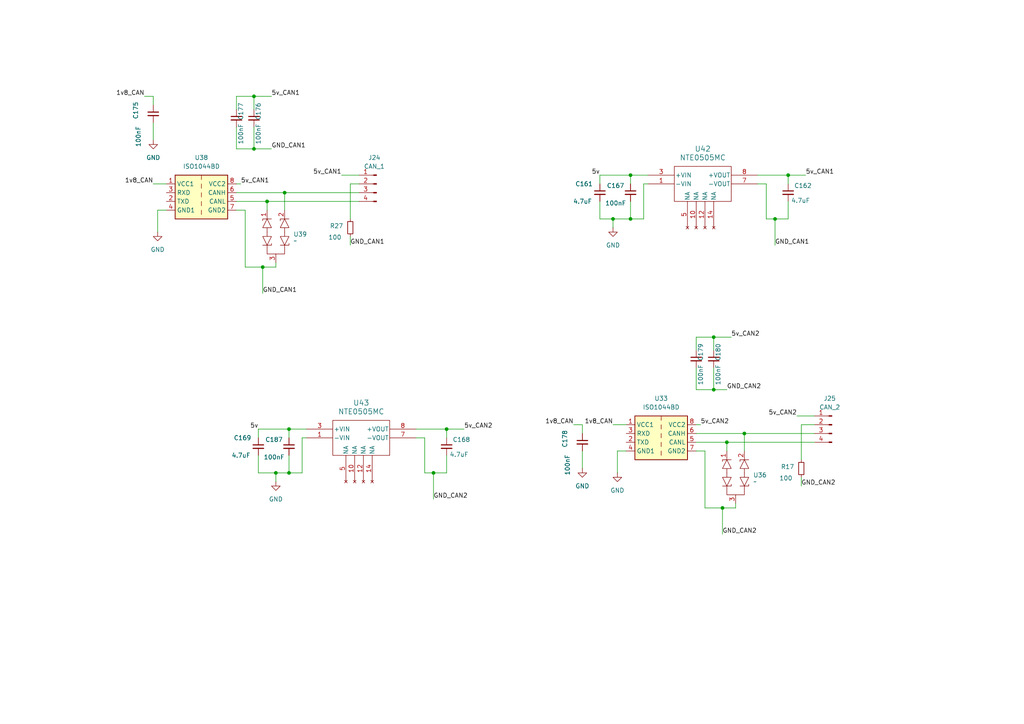
<source format=kicad_sch>
(kicad_sch (version 20231120) (generator "eeschema") (generator_version "8.0")
  (paper "A4")
  (lib_symbols
    (symbol "Connector:Conn_01x04_Pin" (pin_names (offset 1.016) hide)
      (property "Reference" "J" (at 0 5.08 0))
      (property "Value" "Conn_01x04_Pin" (at 0 -7.62 0))
      (symbol "Conn_01x04_Pin_1_1"
        (polyline (pts (xy 1.27 -5.08) (xy 0.8636 -5.08)) (stroke (width 0.1524)))
        (polyline (pts (xy 1.27 -2.54) (xy 0.8636 -2.54)) (stroke (width 0.1524)))
        (polyline (pts (xy 1.27 0) (xy 0.8636 0)) (stroke (width 0.1524)))
        (polyline (pts (xy 1.27 2.54) (xy 0.8636 2.54)) (stroke (width 0.1524)))
        (rectangle (start 0.8636 -4.953) (end 0 -5.207) (stroke (width 0.1524)) (fill (type outline)))
        (rectangle (start 0.8636 -2.413) (end 0 -2.667) (stroke (width 0.1524)) (fill (type outline)))
        (rectangle (start 0.8636 0.127) (end 0 -0.127) (stroke (width 0.1524)) (fill (type outline)))
        (rectangle (start 0.8636 2.667) (end 0 2.413) (stroke (width 0.1524)) (fill (type outline)))
        (pin passive line (at 5.08 2.54 180) (length 3.81) (name "Pin_1") (number "1"))
        (pin passive line (at 5.08 0 180) (length 3.81) (name "Pin_2") (number "2"))
        (pin passive line (at 5.08 -2.54 180) (length 3.81) (name "Pin_3") (number "3"))
        (pin passive line (at 5.08 -5.08 180) (length 3.81) (name "Pin_4") (number "4"))
      )
    )
    (symbol "Device:C_Small" (pin_numbers hide) (pin_names (offset 0.254) hide)
      (property "Reference" "C" (at 0.254 1.778 0))
      (property "Value" "C_Small" (at 0.254 -2.032 0))
      (symbol "C_Small_0_1"
        (polyline (pts (xy -1.524 -0.508) (xy 1.524 -0.508)) (stroke (width 0.3302)))
        (polyline (pts (xy -1.524 0.508) (xy 1.524 0.508)) (stroke (width 0.3048)))
      )
      (symbol "C_Small_1_1"
        (pin passive line (at 0 2.54 270) (length 2.032) (name "~") (number "1"))
        (pin passive line (at 0 -2.54 90) (length 2.032) (name "~") (number "2"))
      )
    )
    (symbol "Device:R_Small" (pin_numbers hide) (pin_names (offset 0.254) hide)
      (property "Reference" "R" (at 0.762 0.508 0))
      (property "Value" "R_Small" (at 0.762 -1.016 0))
      (symbol "R_Small_0_1"
        (rectangle (start -0.762 1.778) (end 0.762 -1.778) (stroke (width 0.2032)))
      )
      (symbol "R_Small_1_1"
        (pin passive line (at 0 2.54 270) (length 0.762) (name "~") (number "1"))
        (pin passive line (at 0 -2.54 90) (length 0.762) (name "~") (number "2"))
      )
    )
    (symbol "Interface_CAN_LIN:ISO1044BD"
      (property "Reference" "U" (at -6.35 6.35 0))
      (property "Value" "ISO1044BD" (at 2.54 6.35 0))
      (symbol "ISO1044BD_0_1"
        (rectangle (start -7.62 5.08) (end 7.62 -7.62) (stroke (width 0.254)) (fill (type background)))
        (polyline (pts (xy 0 -5.08) (xy 0 -6.35)))
        (polyline (pts (xy 0 -2.54) (xy 0 -3.81)))
        (polyline (pts (xy 0 0) (xy 0 -1.27)))
        (polyline (pts (xy 0 2.54) (xy 0 1.27)))
        (polyline (pts (xy 0 5.08) (xy 0 3.81)))
      )
      (symbol "ISO1044BD_1_1"
        (pin power_in line (at -10.16 2.54 0) (length 2.54) (name "VCC1") (number "1"))
        (pin input line (at -10.16 -2.54 0) (length 2.54) (name "TXD") (number "2"))
        (pin output line (at -10.16 0 0) (length 2.54) (name "RXD") (number "3"))
        (pin power_in line (at -10.16 -5.08 0) (length 2.54) (name "GND1") (number "4"))
        (pin bidirectional line (at 10.16 -2.54 180) (length 2.54) (name "CANL") (number "5"))
        (pin bidirectional line (at 10.16 0 180) (length 2.54) (name "CANH") (number "6"))
        (pin power_in line (at 10.16 -5.08 180) (length 2.54) (name "GND2") (number "7"))
        (pin power_in line (at 10.16 2.54 180) (length 2.54) (name "VCC2") (number "8"))
      )
    )
    (symbol "NTE0505MEC-R:NTE0505MC" (pin_names (offset 0.254))
      (property "Reference" "U" (at 10.668 4.572 0))
      (property "Value" "NTE0505MC" (at 0.762 7.112 0))
      (symbol "NTE0505MC_0_1"
        (pin power_in line (at -15.24 -1.27 0) (length 7.62) (name "-VIN") (number "1"))
        (pin no_connect line (at -1.27 -13.97 90) (length 7.62) (name "NA") (number "10"))
        (pin no_connect line (at 1.27 -13.97 90) (length 7.62) (name "NA") (number "12"))
        (pin no_connect line (at 3.81 -13.97 90) (length 7.62) (name "NA") (number "14"))
        (pin power_in line (at -15.24 1.27 0) (length 7.62) (name "+VIN") (number "3"))
        (pin no_connect line (at -3.81 -13.97 90) (length 7.62) (name "NA") (number "5"))
        (pin output line (at 16.51 -1.27 180) (length 7.62) (name "-VOUT") (number "7"))
        (pin output line (at 16.51 1.27 180) (length 7.62) (name "+VOUT") (number "8"))
      )
      (symbol "NTE0505MC_1_1"
        (rectangle (start -7.62 3.81) (end 8.89 -6.35))
      )
    )
    (symbol "_W_MX8M:PESD2IVN24-T"
      (property "Reference" "U" (at 0 0 0))
      (symbol "PESD2IVN24-T_0_1"
        (polyline (pts (xy -3.81 -12.7) (xy -1.27 -12.7) (xy -1.27 -12.192)))
        (polyline (pts (xy -1.27 -5.08) (xy -3.81 -5.08) (xy -3.81 -5.588)))
        (polyline (pts (xy 1.27 -12.7) (xy 3.81 -12.7) (xy 3.81 -12.192)))
        (polyline (pts (xy 3.81 -5.08) (xy 1.27 -5.08) (xy 1.27 -5.588)))
        (polyline (pts (xy -2.54 -12.7) (xy -2.54 -15.24) (xy 2.54 -15.24) (xy 2.54 -12.7)))
        (polyline (pts (xy -3.81 -7.62) (xy -2.54 -5.08) (xy -1.27 -7.62) (xy -3.81 -7.62) (xy -2.54 -7.62) (xy -2.54 -8.89)))
        (polyline (pts (xy -1.27 -10.16) (xy -2.54 -12.7) (xy -3.81 -10.16) (xy -1.27 -10.16) (xy -2.54 -10.16) (xy -2.54 -8.89)))
        (polyline (pts (xy 1.27 -7.62) (xy 2.54 -5.08) (xy 3.81 -7.62) (xy 1.27 -7.62) (xy 2.54 -7.62) (xy 2.54 -8.89)))
        (polyline (pts (xy 3.81 -10.16) (xy 2.54 -12.7) (xy 1.27 -10.16) (xy 3.81 -10.16) (xy 2.54 -10.16) (xy 2.54 -8.89)))
      )
      (symbol "PESD2IVN24-T_1_1"
        (pin input line (at -2.54 -2.54 270) (length 2.54) (name "") (number "1"))
        (pin input line (at 2.54 -2.54 270) (length 2.54) (name "") (number "2"))
        (pin input line (at 0 -17.78 90) (length 2.54) (name "") (number "3"))
      )
    )
    (symbol "power:GND" (power) (pin_numbers hide) (pin_names (offset 0) hide)
      (property "Value" "GND" (at 0 -3.81 0))
      (symbol "GND_0_1"
        (polyline (pts (xy 0 0) (xy 0 -1.27) (xy 1.27 -1.27) (xy 0 -2.54) (xy -1.27 -1.27) (xy 0 -1.27)))
      )
      (symbol "GND_1_1"
        (pin power_in line (at 0 0 270) (length 0) (name "~") (number "1"))
      )
    )
  )
  (junction (at 182.88 63.5))
  (junction (at 76.2 77.47))
  (junction (at 82.55 55.88))
  (junction (at 228.6 50.8))
  (junction (at 177.8 63.5))
  (junction (at 207.01 97.79))
  (junction (at 73.66 27.94))
  (junction (at 77.47 58.42))
  (junction (at 224.79 63.5))
  (junction (at 129.54 124.46))
  (junction (at 83.82 137.16))
  (junction (at 83.82 124.46))
  (junction (at 125.73 137.16))
  (junction (at 207.01 113.03))
  (junction (at 80.01 137.16))
  (junction (at 182.88 50.8))
  (junction (at 73.66 43.18))
  (junction (at 215.9 125.73))
  (junction (at 209.55 147.32))
  (junction (at 210.82 128.27))
  (wire (pts (xy 101.6 68.58) (xy 101.6 71.12)))
  (wire (pts (xy 204.47 147.32) (xy 209.55 147.32)))
  (wire (pts (xy 74.93 132.08) (xy 74.93 137.16)))
  (wire (pts (xy 210.82 128.27) (xy 210.82 130.81)))
  (wire (pts (xy 228.6 58.42) (xy 228.6 63.5)))
  (wire (pts (xy 68.58 43.18) (xy 73.66 43.18)))
  (wire (pts (xy 87.63 127) (xy 88.9 127)))
  (wire (pts (xy 209.55 147.32) (xy 209.55 154.94)))
  (wire (pts (xy 41.91 27.94) (xy 44.45 27.94)))
  (wire (pts (xy 182.88 58.42) (xy 182.88 63.5)))
  (wire (pts (xy 173.99 50.8) (xy 182.88 50.8)))
  (wire (pts (xy 201.93 130.81) (xy 204.47 130.81)))
  (wire (pts (xy 68.58 36.83) (xy 68.58 43.18)))
  (wire (pts (xy 44.45 35.56) (xy 44.45 40.64)))
  (wire (pts (xy 101.6 53.34) (xy 101.6 63.5)))
  (wire (pts (xy 231.14 120.65) (xy 236.22 120.65)))
  (wire (pts (xy 45.72 60.96) (xy 48.26 60.96)))
  (wire (pts (xy 186.69 53.34) (xy 187.96 53.34)))
  (wire (pts (xy 125.73 137.16) (xy 129.54 137.16)))
  (wire (pts (xy 74.93 137.16) (xy 80.01 137.16)))
  (wire (pts (xy 125.73 137.16) (xy 125.73 144.78)))
  (wire (pts (xy 83.82 124.46) (xy 83.82 127)))
  (wire (pts (xy 207.01 106.68) (xy 207.01 113.03)))
  (wire (pts (xy 83.82 124.46) (xy 88.9 124.46)))
  (wire (pts (xy 232.41 138.43) (xy 232.41 140.97)))
  (wire (pts (xy 232.41 123.19) (xy 232.41 133.35)))
  (wire (pts (xy 44.45 53.34) (xy 48.26 53.34)))
  (wire (pts (xy 203.2 123.19) (xy 201.93 123.19)))
  (wire (pts (xy 215.9 125.73) (xy 236.22 125.73)))
  (wire (pts (xy 78.74 27.94) (xy 73.66 27.94)))
  (wire (pts (xy 212.09 97.79) (xy 207.01 97.79)))
  (wire (pts (xy 80.01 137.16) (xy 80.01 139.7)))
  (wire (pts (xy 182.88 50.8) (xy 182.88 53.34)))
  (wire (pts (xy 232.41 123.19) (xy 236.22 123.19)))
  (wire (pts (xy 219.71 50.8) (xy 228.6 50.8)))
  (wire (pts (xy 210.82 128.27) (xy 236.22 128.27)))
  (wire (pts (xy 134.62 124.46) (xy 129.54 124.46)))
  (wire (pts (xy 76.2 77.47) (xy 80.01 77.47)))
  (wire (pts (xy 215.9 125.73) (xy 215.9 130.81)))
  (wire (pts (xy 186.69 53.34) (xy 186.69 63.5)))
  (wire (pts (xy 77.47 58.42) (xy 77.47 60.96)))
  (wire (pts (xy 45.72 60.96) (xy 45.72 67.31)))
  (wire (pts (xy 129.54 132.08) (xy 129.54 137.16)))
  (wire (pts (xy 204.47 130.81) (xy 204.47 147.32)))
  (wire (pts (xy 73.66 43.18) (xy 78.74 43.18)))
  (wire (pts (xy 224.79 63.5) (xy 224.79 71.12)))
  (wire (pts (xy 120.65 124.46) (xy 129.54 124.46)))
  (wire (pts (xy 228.6 50.8) (xy 228.6 53.34)))
  (wire (pts (xy 80.01 76.2) (xy 80.01 77.47)))
  (wire (pts (xy 74.93 124.46) (xy 83.82 124.46)))
  (wire (pts (xy 177.8 63.5) (xy 182.88 63.5)))
  (wire (pts (xy 77.47 58.42) (xy 104.14 58.42)))
  (wire (pts (xy 207.01 101.6) (xy 207.01 97.79)))
  (wire (pts (xy 123.19 127) (xy 123.19 137.16)))
  (wire (pts (xy 207.01 97.79) (xy 201.93 97.79)))
  (wire (pts (xy 87.63 127) (xy 87.63 137.16)))
  (wire (pts (xy 173.99 63.5) (xy 177.8 63.5)))
  (wire (pts (xy 222.25 63.5) (xy 224.79 63.5)))
  (wire (pts (xy 173.99 58.42) (xy 173.99 63.5)))
  (wire (pts (xy 44.45 27.94) (xy 44.45 30.48)))
  (wire (pts (xy 222.25 53.34) (xy 222.25 63.5)))
  (wire (pts (xy 69.85 53.34) (xy 68.58 53.34)))
  (wire (pts (xy 201.93 113.03) (xy 207.01 113.03)))
  (wire (pts (xy 73.66 31.75) (xy 73.66 27.94)))
  (wire (pts (xy 209.55 147.32) (xy 213.36 147.32)))
  (wire (pts (xy 71.12 77.47) (xy 76.2 77.47)))
  (wire (pts (xy 129.54 124.46) (xy 129.54 127)))
  (wire (pts (xy 219.71 53.34) (xy 222.25 53.34)))
  (wire (pts (xy 201.93 101.6) (xy 201.93 97.79)))
  (wire (pts (xy 68.58 58.42) (xy 77.47 58.42)))
  (wire (pts (xy 213.36 146.05) (xy 213.36 147.32)))
  (wire (pts (xy 101.6 53.34) (xy 104.14 53.34)))
  (wire (pts (xy 73.66 36.83) (xy 73.66 43.18)))
  (wire (pts (xy 224.79 63.5) (xy 228.6 63.5)))
  (wire (pts (xy 201.93 106.68) (xy 201.93 113.03)))
  (wire (pts (xy 207.01 113.03) (xy 210.82 113.03)))
  (wire (pts (xy 233.68 50.8) (xy 228.6 50.8)))
  (wire (pts (xy 177.8 123.19) (xy 181.61 123.19)))
  (wire (pts (xy 68.58 31.75) (xy 68.58 27.94)))
  (wire (pts (xy 168.91 130.81) (xy 168.91 135.89)))
  (wire (pts (xy 73.66 27.94) (xy 68.58 27.94)))
  (wire (pts (xy 68.58 60.96) (xy 71.12 60.96)))
  (wire (pts (xy 76.2 77.47) (xy 76.2 85.09)))
  (wire (pts (xy 82.55 55.88) (xy 82.55 60.96)))
  (wire (pts (xy 71.12 60.96) (xy 71.12 77.47)))
  (wire (pts (xy 179.07 130.81) (xy 179.07 137.16)))
  (wire (pts (xy 201.93 125.73) (xy 215.9 125.73)))
  (wire (pts (xy 99.06 50.8) (xy 104.14 50.8)))
  (wire (pts (xy 173.99 50.8) (xy 173.99 53.34)))
  (wire (pts (xy 83.82 137.16) (xy 87.63 137.16)))
  (wire (pts (xy 179.07 130.81) (xy 181.61 130.81)))
  (wire (pts (xy 80.01 137.16) (xy 83.82 137.16)))
  (wire (pts (xy 83.82 132.08) (xy 83.82 137.16)))
  (wire (pts (xy 123.19 137.16) (xy 125.73 137.16)))
  (wire (pts (xy 82.55 55.88) (xy 104.14 55.88)))
  (wire (pts (xy 177.8 63.5) (xy 177.8 66.04)))
  (wire (pts (xy 168.91 123.19) (xy 168.91 125.73)))
  (wire (pts (xy 182.88 50.8) (xy 187.96 50.8)))
  (wire (pts (xy 182.88 63.5) (xy 186.69 63.5)))
  (wire (pts (xy 166.37 123.19) (xy 168.91 123.19)))
  (wire (pts (xy 68.58 55.88) (xy 82.55 55.88)))
  (wire (pts (xy 120.65 127) (xy 123.19 127)))
  (wire (pts (xy 201.93 128.27) (xy 210.82 128.27)))
  (wire (pts (xy 74.93 124.46) (xy 74.93 127)))
  (label "1v8_CAN" (at 44.45 53.34 180))
  (label "1v8_CAN" (at 177.8 123.19 180))
  (label "GND_CAN1" (at 76.2 85.09 0))
  (label "GND_CAN1" (at 101.6 71.12 0))
  (label "1v8_CAN" (at 41.91 27.94 180))
  (label "5v_CAN2" (at 231.14 120.65 180))
  (label "5v" (at 173.99 50.8 180))
  (label "5v_CAN2" (at 134.62 124.46 0))
  (label "1v8_CAN" (at 166.37 123.19 180))
  (label "5v_CAN1" (at 78.74 27.94 0))
  (label "5v_CAN1" (at 233.68 50.8 0))
  (label "5v_CAN2" (at 212.09 97.79 0))
  (label "5v_CAN2" (at 203.2 123.19 0))
  (label "5v" (at 74.93 124.46 180))
  (label "GND_CAN1" (at 224.79 71.12 0))
  (label "GND_CAN2" (at 125.73 144.78 0))
  (label "GND_CAN2" (at 209.55 154.94 0))
  (label "5v_CAN1" (at 69.85 53.34 0))
  (label "5v_CAN1" (at 99.06 50.8 180))
  (label "GND_CAN2" (at 232.41 140.97 0))
  (label "GND_CAN1" (at 78.74 43.18 0))
  (label "GND_CAN2" (at 210.82 113.03 0))
  (symbol (lib_id "Device:C_Small") (at 83.82 129.54 0) (unit 1)
    (property "Reference" "C187" (at 82.042 127.508 0) (effects (justify right)))
    (property "Value" "100nF" (at 82.55 132.588 0) (effects (justify right)))
    (property "Footprint" "Capacitor_SMD:C_0402_1005Metric" (effects (hide yes)))
    (property "Description" "Unpolarized capacitor, small symbol" (effects (hide yes)))
  )
  (symbol (lib_id "Device:C_Small") (at 73.66 34.29 0) (mirror y) (unit 1)
    (property "Reference" "C176" (at 74.93 29.718 90) (effects (justify right)))
    (property "Value" "100nF" (at 74.93 35.814 90) (effects (justify right)))
    (property "Footprint" "Capacitor_SMD:C_0402_1005Metric" (effects (hide yes)))
    (property "Description" "Unpolarized capacitor, small symbol" (effects (hide yes)))
  )
  (symbol (lib_id "Device:R_Small") (at 101.6 66.04 0) (mirror y) (unit 1)
    (property "Reference" "R27" (at 99.568 65.532 0) (effects (justify left)))
    (property "Value" "100" (at 99.06 68.834 0) (effects (justify left)))
    (property "Footprint" "Resistor_SMD:R_0402_1005Metric" (effects (hide yes)))
    (property "Description" "Resistor, small symbol" (effects (hide yes)))
  )
  (symbol (lib_id "power:GND") (at 80.01 139.7 0) (unit 1)
    (property "Reference" "#PWR238" (effects (hide yes)))
    (property "Value" "GND" (at 80.01 144.78 0))
    (property "Description" "Power symbol creates a global label with name \"GND\" , ground" (effects (hide yes)))
  )
  (symbol (lib_id "Connector:Conn_01x04_Pin") (at 241.3 123.19 0) (mirror y) (unit 1)
    (property "Reference" "J25" (at 240.665 115.57 0))
    (property "Value" "CAN_2" (at 240.665 118.11 0))
    (property "Footprint" "Connector_Phoenix_MSTB:PhoenixContact_MSTBA_2,5_4-G_1x04_P5.00mm_Horizontal" (effects (hide yes)))
    (property "Description" "Generic connector, single row, 01x04, script generated" (effects (hide yes)))
  )
  (symbol (lib_id "Device:C_Small") (at 44.45 33.02 0) (unit 1)
    (property "Reference" "C175" (at 39.37 29.464 90) (effects (justify right)))
    (property "Value" "100nF" (at 40.132 36.576 90) (effects (justify right)))
    (property "Footprint" "Capacitor_SMD:C_0402_1005Metric" (effects (hide yes)))
    (property "Description" "Unpolarized capacitor, small symbol" (effects (hide yes)))
  )
  (symbol (lib_id "NTE0505MEC-R:NTE0505MC") (at 203.2 52.07 0) (unit 1)
    (property "Reference" "U42" (at 203.835 43.18 0) (effects (font (size 1.524 1.524))))
    (property "Value" "NTE0505MC" (at 203.835 45.72 0) (effects (font (size 1.524 1.524))))
    (property "Footprint" "NTE_SINGLE_M_MUR" (effects (hide yes)))
    (property "Datasheet" "NTE0505MC" (effects (hide yes)))
  )
  (symbol (lib_id "Device:C_Small") (at 207.01 104.14 0) (mirror y) (unit 1)
    (property "Reference" "C180" (at 208.28 99.568 90) (effects (justify right)))
    (property "Value" "100nF" (at 208.28 105.664 90) (effects (justify right)))
    (property "Footprint" "Capacitor_SMD:C_0402_1005Metric" (effects (hide yes)))
    (property "Description" "Unpolarized capacitor, small symbol" (effects (hide yes)))
  )
  (symbol (lib_id "Device:C_Small") (at 201.93 104.14 0) (mirror y) (unit 1)
    (property "Reference" "C179" (at 203.2 99.568 90) (effects (justify right)))
    (property "Value" "100nF" (at 203.2 105.664 90) (effects (justify right)))
    (property "Footprint" "Capacitor_SMD:C_0402_1005Metric" (effects (hide yes)))
    (property "Description" "Unpolarized capacitor, small symbol" (effects (hide yes)))
  )
  (symbol (lib_id "Device:C_Small") (at 173.99 55.88 0) (unit 1)
    (property "Reference" "C161" (at 171.958 53.34 0) (effects (justify right)))
    (property "Value" "4.7uF" (at 171.704 58.42 0) (effects (justify right)))
    (property "Footprint" "Capacitor_SMD:C_0402_1005Metric" (effects (hide yes)))
    (property "Description" "Unpolarized capacitor, small symbol" (effects (hide yes)))
  )
  (symbol (lib_id "Interface_CAN_LIN:ISO1044BD") (at 191.77 125.73 0) (unit 1)
    (property "Reference" "U33" (at 191.77 115.57 0))
    (property "Value" "ISO1044BD" (at 191.77 118.11 0))
    (property "Footprint" "Package_SO:SOIC-8_3.9x4.9mm_P1.27mm" (effects (hide yes)))
    (property "Datasheet" "https://www.ti.com/lit/ds/symlink/iso1044.pdf" (effects (hide yes)))
    (property "Description" "Isolated CAN FD Transceiver, SOIC-8" (effects (hide yes)))
  )
  (symbol (lib_id "power:GND") (at 168.91 135.89 0) (unit 1)
    (property "Reference" "#PWR255" (effects (hide yes)))
    (property "Value" "GND" (at 168.91 140.97 0))
    (property "Description" "Power symbol creates a global label with name \"GND\" , ground" (effects (hide yes)))
  )
  (symbol (lib_id "Connector:Conn_01x04_Pin") (at 109.22 53.34 0) (mirror y) (unit 1)
    (property "Reference" "J24" (at 108.585 45.72 0))
    (property "Value" "CAN_1" (at 108.585 48.26 0))
    (property "Footprint" "Connector_Phoenix_MSTB:PhoenixContact_MSTBA_2,5_4-G_1x04_P5.00mm_Horizontal" (effects (hide yes)))
    (property "Description" "Generic connector, single row, 01x04, script generated" (effects (hide yes)))
  )
  (symbol (lib_id "power:GND") (at 44.45 40.64 0) (unit 1)
    (property "Reference" "#PWR254" (effects (hide yes)))
    (property "Value" "GND" (at 44.45 45.72 0))
    (property "Description" "Power symbol creates a global label with name \"GND\" , ground" (effects (hide yes)))
  )
  (symbol (lib_id "_W_MX8M:PESD2IVN24-T") (at 213.36 128.27 0) (unit 1)
    (property "Reference" "U36" (at 218.44 137.7949 0) (effects (justify left)))
    (property "Value" "~" (at 218.44 139.7 0) (effects (justify left)))
    (property "Footprint" "Package_TO_SOT_SMD:SOT-23-3" (effects (hide yes)))
  )
  (symbol (lib_id "Device:C_Small") (at 74.93 129.54 0) (unit 1)
    (property "Reference" "C169" (at 72.898 127 0) (effects (justify right)))
    (property "Value" "4.7uF" (at 72.644 132.08 0) (effects (justify right)))
    (property "Footprint" "Capacitor_SMD:C_0402_1005Metric" (effects (hide yes)))
    (property "Description" "Unpolarized capacitor, small symbol" (effects (hide yes)))
  )
  (symbol (lib_id "Device:C_Small") (at 68.58 34.29 0) (mirror y) (unit 1)
    (property "Reference" "C177" (at 69.85 29.718 90) (effects (justify right)))
    (property "Value" "100nF" (at 69.85 35.814 90) (effects (justify right)))
    (property "Footprint" "Capacitor_SMD:C_0402_1005Metric" (effects (hide yes)))
    (property "Description" "Unpolarized capacitor, small symbol" (effects (hide yes)))
  )
  (symbol (lib_id "NTE0505MEC-R:NTE0505MC") (at 104.14 125.73 0) (unit 1)
    (property "Reference" "U43" (at 104.775 116.84 0) (effects (font (size 1.524 1.524))))
    (property "Value" "NTE0505MC" (at 104.775 119.38 0) (effects (font (size 1.524 1.524))))
    (property "Footprint" "NTE_SINGLE_M_MUR" (effects (hide yes)))
    (property "Datasheet" "NTE0505MC" (effects (hide yes)))
  )
  (symbol (lib_id "power:GND") (at 179.07 137.16 0) (unit 1)
    (property "Reference" "#PWR257" (effects (hide yes)))
    (property "Value" "GND" (at 179.07 142.24 0))
    (property "Description" "Power symbol creates a global label with name \"GND\" , ground" (effects (hide yes)))
  )
  (symbol (lib_id "Device:R_Small") (at 232.41 135.89 0) (mirror y) (unit 1)
    (property "Reference" "R17" (at 230.378 135.382 0) (effects (justify left)))
    (property "Value" "100" (at 229.87 138.684 0) (effects (justify left)))
    (property "Footprint" "Resistor_SMD:R_0402_1005Metric" (effects (hide yes)))
    (property "Description" "Resistor, small symbol" (effects (hide yes)))
  )
  (symbol (lib_id "_W_MX8M:PESD2IVN24-T") (at 80.01 58.42 0) (unit 1)
    (property "Reference" "U39" (at 85.09 67.9449 0) (effects (justify left)))
    (property "Value" "~" (at 85.09 69.85 0) (effects (justify left)))
    (property "Footprint" "Package_TO_SOT_SMD:SOT-23-3" (effects (hide yes)))
  )
  (symbol (lib_id "Device:C_Small") (at 228.6 55.88 0) (unit 1)
    (property "Reference" "C162" (at 235.458 53.848 0) (effects (justify right)))
    (property "Value" "4.7uF" (at 234.95 58.166 0) (effects (justify right)))
    (property "Footprint" "Capacitor_SMD:C_0402_1005Metric" (effects (hide yes)))
    (property "Description" "Unpolarized capacitor, small symbol" (effects (hide yes)))
  )
  (symbol (lib_id "Device:C_Small") (at 129.54 129.54 0) (unit 1)
    (property "Reference" "C168" (at 136.398 127.508 0) (effects (justify right)))
    (property "Value" "4.7uF" (at 135.89 131.826 0) (effects (justify right)))
    (property "Footprint" "Capacitor_SMD:C_0402_1005Metric" (effects (hide yes)))
    (property "Description" "Unpolarized capacitor, small symbol" (effects (hide yes)))
  )
  (symbol (lib_id "Interface_CAN_LIN:ISO1044BD") (at 58.42 55.88 0) (unit 1)
    (property "Reference" "U38" (at 58.42 45.72 0))
    (property "Value" "ISO1044BD" (at 58.42 48.26 0))
    (property "Footprint" "Package_SO:SOIC-8_3.9x4.9mm_P1.27mm" (effects (hide yes)))
    (property "Datasheet" "https://www.ti.com/lit/ds/symlink/iso1044.pdf" (effects (hide yes)))
    (property "Description" "Isolated CAN FD Transceiver, SOIC-8" (effects (hide yes)))
  )
  (symbol (lib_id "Device:C_Small") (at 182.88 55.88 0) (unit 1)
    (property "Reference" "C167" (at 181.102 53.848 0) (effects (justify right)))
    (property "Value" "100nF" (at 181.61 58.928 0) (effects (justify right)))
    (property "Footprint" "Capacitor_SMD:C_0402_1005Metric" (effects (hide yes)))
    (property "Description" "Unpolarized capacitor, small symbol" (effects (hide yes)))
  )
  (symbol (lib_id "power:GND") (at 45.72 67.31 0) (unit 1)
    (property "Reference" "#PWR256" (effects (hide yes)))
    (property "Value" "GND" (at 45.72 72.39 0))
    (property "Description" "Power symbol creates a global label with name \"GND\" , ground" (effects (hide yes)))
  )
  (symbol (lib_id "Device:C_Small") (at 168.91 128.27 0) (unit 1)
    (property "Reference" "C178" (at 163.83 124.714 90) (effects (justify right)))
    (property "Value" "100nF" (at 164.592 131.826 90) (effects (justify right)))
    (property "Footprint" "Capacitor_SMD:C_0402_1005Metric" (effects (hide yes)))
    (property "Description" "Unpolarized capacitor, small symbol" (effects (hide yes)))
  )
  (symbol (lib_id "power:GND") (at 177.8 66.04 0) (unit 1)
    (property "Reference" "#PWR237" (effects (hide yes)))
    (property "Value" "GND" (at 177.8 71.12 0))
    (property "Description" "Power symbol creates a global label with name \"GND\" , ground" (effects (hide yes)))
  )
)
</source>
